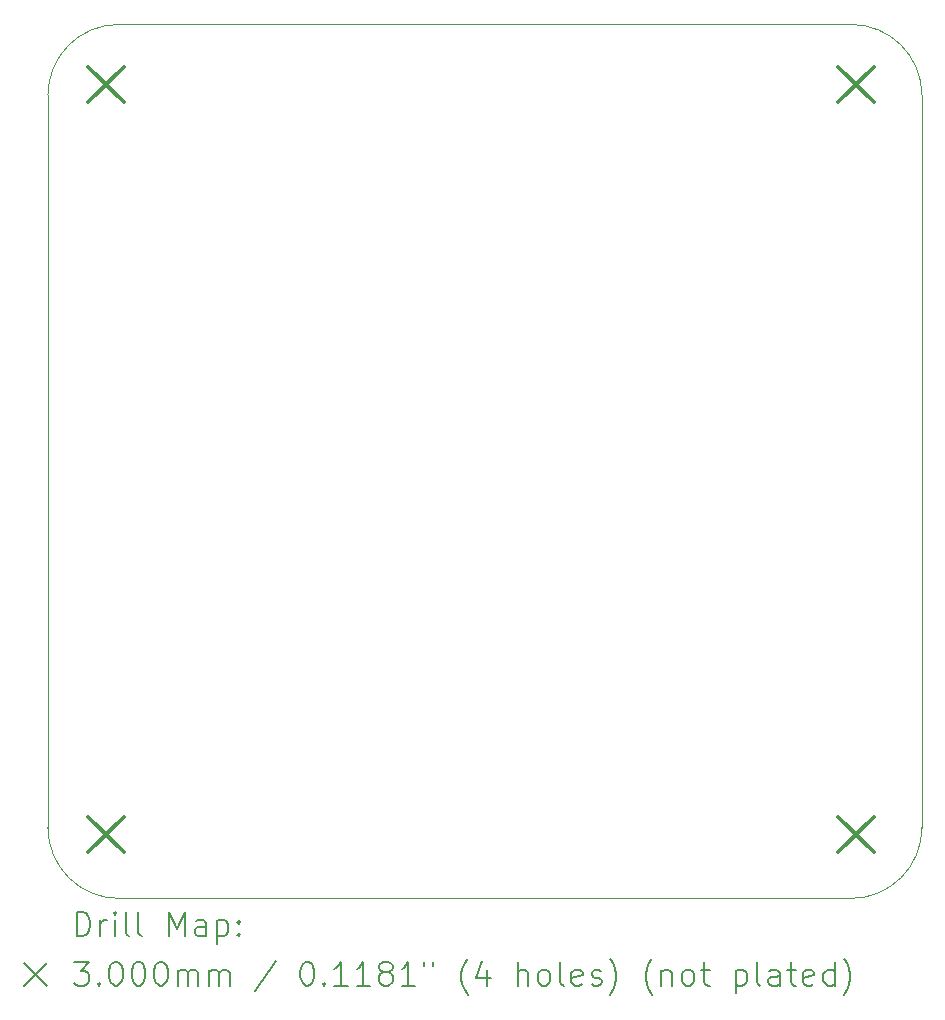
<source format=gbr>
%TF.GenerationSoftware,KiCad,Pcbnew,7.0.1*%
%TF.CreationDate,2023-05-07T18:37:53+02:00*%
%TF.ProjectId,carte_v2,63617274-655f-4763-922e-6b696361645f,rev?*%
%TF.SameCoordinates,Original*%
%TF.FileFunction,Drillmap*%
%TF.FilePolarity,Positive*%
%FSLAX45Y45*%
G04 Gerber Fmt 4.5, Leading zero omitted, Abs format (unit mm)*
G04 Created by KiCad (PCBNEW 7.0.1) date 2023-05-07 18:37:53*
%MOMM*%
%LPD*%
G01*
G04 APERTURE LIST*
%ADD10C,0.100000*%
%ADD11C,0.200000*%
%ADD12C,0.300000*%
G04 APERTURE END LIST*
D10*
X12300000Y-3300000D02*
G75*
G03*
X11700000Y-3900000I0J-600000D01*
G01*
X19100000Y-3900000D02*
X19100000Y-10100000D01*
X18500000Y-10700000D02*
G75*
G03*
X19100000Y-10100000I0J600000D01*
G01*
X11700000Y-10100000D02*
X11700000Y-3900000D01*
X11700000Y-10100000D02*
G75*
G03*
X12300000Y-10700000I600000J0D01*
G01*
X18500000Y-3300000D02*
X12300000Y-3300000D01*
X19100000Y-3900000D02*
G75*
G03*
X18500000Y-3300000I-600000J0D01*
G01*
X18500000Y-10700000D02*
X12300000Y-10700000D01*
D11*
D12*
X12042000Y-3660000D02*
X12342000Y-3960000D01*
X12342000Y-3660000D02*
X12042000Y-3960000D01*
X12042000Y-10010000D02*
X12342000Y-10310000D01*
X12342000Y-10010000D02*
X12042000Y-10310000D01*
X18392000Y-3660000D02*
X18692000Y-3960000D01*
X18692000Y-3660000D02*
X18392000Y-3960000D01*
X18392000Y-10010000D02*
X18692000Y-10310000D01*
X18692000Y-10010000D02*
X18392000Y-10310000D01*
D11*
X11942619Y-11017524D02*
X11942619Y-10817524D01*
X11942619Y-10817524D02*
X11990238Y-10817524D01*
X11990238Y-10817524D02*
X12018809Y-10827048D01*
X12018809Y-10827048D02*
X12037857Y-10846095D01*
X12037857Y-10846095D02*
X12047381Y-10865143D01*
X12047381Y-10865143D02*
X12056905Y-10903238D01*
X12056905Y-10903238D02*
X12056905Y-10931810D01*
X12056905Y-10931810D02*
X12047381Y-10969905D01*
X12047381Y-10969905D02*
X12037857Y-10988952D01*
X12037857Y-10988952D02*
X12018809Y-11008000D01*
X12018809Y-11008000D02*
X11990238Y-11017524D01*
X11990238Y-11017524D02*
X11942619Y-11017524D01*
X12142619Y-11017524D02*
X12142619Y-10884190D01*
X12142619Y-10922286D02*
X12152143Y-10903238D01*
X12152143Y-10903238D02*
X12161667Y-10893714D01*
X12161667Y-10893714D02*
X12180714Y-10884190D01*
X12180714Y-10884190D02*
X12199762Y-10884190D01*
X12266428Y-11017524D02*
X12266428Y-10884190D01*
X12266428Y-10817524D02*
X12256905Y-10827048D01*
X12256905Y-10827048D02*
X12266428Y-10836571D01*
X12266428Y-10836571D02*
X12275952Y-10827048D01*
X12275952Y-10827048D02*
X12266428Y-10817524D01*
X12266428Y-10817524D02*
X12266428Y-10836571D01*
X12390238Y-11017524D02*
X12371190Y-11008000D01*
X12371190Y-11008000D02*
X12361667Y-10988952D01*
X12361667Y-10988952D02*
X12361667Y-10817524D01*
X12495000Y-11017524D02*
X12475952Y-11008000D01*
X12475952Y-11008000D02*
X12466428Y-10988952D01*
X12466428Y-10988952D02*
X12466428Y-10817524D01*
X12723571Y-11017524D02*
X12723571Y-10817524D01*
X12723571Y-10817524D02*
X12790238Y-10960381D01*
X12790238Y-10960381D02*
X12856905Y-10817524D01*
X12856905Y-10817524D02*
X12856905Y-11017524D01*
X13037857Y-11017524D02*
X13037857Y-10912762D01*
X13037857Y-10912762D02*
X13028333Y-10893714D01*
X13028333Y-10893714D02*
X13009286Y-10884190D01*
X13009286Y-10884190D02*
X12971190Y-10884190D01*
X12971190Y-10884190D02*
X12952143Y-10893714D01*
X13037857Y-11008000D02*
X13018809Y-11017524D01*
X13018809Y-11017524D02*
X12971190Y-11017524D01*
X12971190Y-11017524D02*
X12952143Y-11008000D01*
X12952143Y-11008000D02*
X12942619Y-10988952D01*
X12942619Y-10988952D02*
X12942619Y-10969905D01*
X12942619Y-10969905D02*
X12952143Y-10950857D01*
X12952143Y-10950857D02*
X12971190Y-10941333D01*
X12971190Y-10941333D02*
X13018809Y-10941333D01*
X13018809Y-10941333D02*
X13037857Y-10931810D01*
X13133095Y-10884190D02*
X13133095Y-11084190D01*
X13133095Y-10893714D02*
X13152143Y-10884190D01*
X13152143Y-10884190D02*
X13190238Y-10884190D01*
X13190238Y-10884190D02*
X13209286Y-10893714D01*
X13209286Y-10893714D02*
X13218809Y-10903238D01*
X13218809Y-10903238D02*
X13228333Y-10922286D01*
X13228333Y-10922286D02*
X13228333Y-10979429D01*
X13228333Y-10979429D02*
X13218809Y-10998476D01*
X13218809Y-10998476D02*
X13209286Y-11008000D01*
X13209286Y-11008000D02*
X13190238Y-11017524D01*
X13190238Y-11017524D02*
X13152143Y-11017524D01*
X13152143Y-11017524D02*
X13133095Y-11008000D01*
X13314048Y-10998476D02*
X13323571Y-11008000D01*
X13323571Y-11008000D02*
X13314048Y-11017524D01*
X13314048Y-11017524D02*
X13304524Y-11008000D01*
X13304524Y-11008000D02*
X13314048Y-10998476D01*
X13314048Y-10998476D02*
X13314048Y-11017524D01*
X13314048Y-10893714D02*
X13323571Y-10903238D01*
X13323571Y-10903238D02*
X13314048Y-10912762D01*
X13314048Y-10912762D02*
X13304524Y-10903238D01*
X13304524Y-10903238D02*
X13314048Y-10893714D01*
X13314048Y-10893714D02*
X13314048Y-10912762D01*
X11495000Y-11245000D02*
X11695000Y-11445000D01*
X11695000Y-11245000D02*
X11495000Y-11445000D01*
X11923571Y-11237524D02*
X12047381Y-11237524D01*
X12047381Y-11237524D02*
X11980714Y-11313714D01*
X11980714Y-11313714D02*
X12009286Y-11313714D01*
X12009286Y-11313714D02*
X12028333Y-11323238D01*
X12028333Y-11323238D02*
X12037857Y-11332762D01*
X12037857Y-11332762D02*
X12047381Y-11351809D01*
X12047381Y-11351809D02*
X12047381Y-11399428D01*
X12047381Y-11399428D02*
X12037857Y-11418476D01*
X12037857Y-11418476D02*
X12028333Y-11428000D01*
X12028333Y-11428000D02*
X12009286Y-11437524D01*
X12009286Y-11437524D02*
X11952143Y-11437524D01*
X11952143Y-11437524D02*
X11933095Y-11428000D01*
X11933095Y-11428000D02*
X11923571Y-11418476D01*
X12133095Y-11418476D02*
X12142619Y-11428000D01*
X12142619Y-11428000D02*
X12133095Y-11437524D01*
X12133095Y-11437524D02*
X12123571Y-11428000D01*
X12123571Y-11428000D02*
X12133095Y-11418476D01*
X12133095Y-11418476D02*
X12133095Y-11437524D01*
X12266428Y-11237524D02*
X12285476Y-11237524D01*
X12285476Y-11237524D02*
X12304524Y-11247048D01*
X12304524Y-11247048D02*
X12314048Y-11256571D01*
X12314048Y-11256571D02*
X12323571Y-11275619D01*
X12323571Y-11275619D02*
X12333095Y-11313714D01*
X12333095Y-11313714D02*
X12333095Y-11361333D01*
X12333095Y-11361333D02*
X12323571Y-11399428D01*
X12323571Y-11399428D02*
X12314048Y-11418476D01*
X12314048Y-11418476D02*
X12304524Y-11428000D01*
X12304524Y-11428000D02*
X12285476Y-11437524D01*
X12285476Y-11437524D02*
X12266428Y-11437524D01*
X12266428Y-11437524D02*
X12247381Y-11428000D01*
X12247381Y-11428000D02*
X12237857Y-11418476D01*
X12237857Y-11418476D02*
X12228333Y-11399428D01*
X12228333Y-11399428D02*
X12218809Y-11361333D01*
X12218809Y-11361333D02*
X12218809Y-11313714D01*
X12218809Y-11313714D02*
X12228333Y-11275619D01*
X12228333Y-11275619D02*
X12237857Y-11256571D01*
X12237857Y-11256571D02*
X12247381Y-11247048D01*
X12247381Y-11247048D02*
X12266428Y-11237524D01*
X12456905Y-11237524D02*
X12475952Y-11237524D01*
X12475952Y-11237524D02*
X12495000Y-11247048D01*
X12495000Y-11247048D02*
X12504524Y-11256571D01*
X12504524Y-11256571D02*
X12514048Y-11275619D01*
X12514048Y-11275619D02*
X12523571Y-11313714D01*
X12523571Y-11313714D02*
X12523571Y-11361333D01*
X12523571Y-11361333D02*
X12514048Y-11399428D01*
X12514048Y-11399428D02*
X12504524Y-11418476D01*
X12504524Y-11418476D02*
X12495000Y-11428000D01*
X12495000Y-11428000D02*
X12475952Y-11437524D01*
X12475952Y-11437524D02*
X12456905Y-11437524D01*
X12456905Y-11437524D02*
X12437857Y-11428000D01*
X12437857Y-11428000D02*
X12428333Y-11418476D01*
X12428333Y-11418476D02*
X12418809Y-11399428D01*
X12418809Y-11399428D02*
X12409286Y-11361333D01*
X12409286Y-11361333D02*
X12409286Y-11313714D01*
X12409286Y-11313714D02*
X12418809Y-11275619D01*
X12418809Y-11275619D02*
X12428333Y-11256571D01*
X12428333Y-11256571D02*
X12437857Y-11247048D01*
X12437857Y-11247048D02*
X12456905Y-11237524D01*
X12647381Y-11237524D02*
X12666429Y-11237524D01*
X12666429Y-11237524D02*
X12685476Y-11247048D01*
X12685476Y-11247048D02*
X12695000Y-11256571D01*
X12695000Y-11256571D02*
X12704524Y-11275619D01*
X12704524Y-11275619D02*
X12714048Y-11313714D01*
X12714048Y-11313714D02*
X12714048Y-11361333D01*
X12714048Y-11361333D02*
X12704524Y-11399428D01*
X12704524Y-11399428D02*
X12695000Y-11418476D01*
X12695000Y-11418476D02*
X12685476Y-11428000D01*
X12685476Y-11428000D02*
X12666429Y-11437524D01*
X12666429Y-11437524D02*
X12647381Y-11437524D01*
X12647381Y-11437524D02*
X12628333Y-11428000D01*
X12628333Y-11428000D02*
X12618809Y-11418476D01*
X12618809Y-11418476D02*
X12609286Y-11399428D01*
X12609286Y-11399428D02*
X12599762Y-11361333D01*
X12599762Y-11361333D02*
X12599762Y-11313714D01*
X12599762Y-11313714D02*
X12609286Y-11275619D01*
X12609286Y-11275619D02*
X12618809Y-11256571D01*
X12618809Y-11256571D02*
X12628333Y-11247048D01*
X12628333Y-11247048D02*
X12647381Y-11237524D01*
X12799762Y-11437524D02*
X12799762Y-11304190D01*
X12799762Y-11323238D02*
X12809286Y-11313714D01*
X12809286Y-11313714D02*
X12828333Y-11304190D01*
X12828333Y-11304190D02*
X12856905Y-11304190D01*
X12856905Y-11304190D02*
X12875952Y-11313714D01*
X12875952Y-11313714D02*
X12885476Y-11332762D01*
X12885476Y-11332762D02*
X12885476Y-11437524D01*
X12885476Y-11332762D02*
X12895000Y-11313714D01*
X12895000Y-11313714D02*
X12914048Y-11304190D01*
X12914048Y-11304190D02*
X12942619Y-11304190D01*
X12942619Y-11304190D02*
X12961667Y-11313714D01*
X12961667Y-11313714D02*
X12971190Y-11332762D01*
X12971190Y-11332762D02*
X12971190Y-11437524D01*
X13066429Y-11437524D02*
X13066429Y-11304190D01*
X13066429Y-11323238D02*
X13075952Y-11313714D01*
X13075952Y-11313714D02*
X13095000Y-11304190D01*
X13095000Y-11304190D02*
X13123571Y-11304190D01*
X13123571Y-11304190D02*
X13142619Y-11313714D01*
X13142619Y-11313714D02*
X13152143Y-11332762D01*
X13152143Y-11332762D02*
X13152143Y-11437524D01*
X13152143Y-11332762D02*
X13161667Y-11313714D01*
X13161667Y-11313714D02*
X13180714Y-11304190D01*
X13180714Y-11304190D02*
X13209286Y-11304190D01*
X13209286Y-11304190D02*
X13228333Y-11313714D01*
X13228333Y-11313714D02*
X13237857Y-11332762D01*
X13237857Y-11332762D02*
X13237857Y-11437524D01*
X13628333Y-11228000D02*
X13456905Y-11485143D01*
X13885476Y-11237524D02*
X13904524Y-11237524D01*
X13904524Y-11237524D02*
X13923572Y-11247048D01*
X13923572Y-11247048D02*
X13933095Y-11256571D01*
X13933095Y-11256571D02*
X13942619Y-11275619D01*
X13942619Y-11275619D02*
X13952143Y-11313714D01*
X13952143Y-11313714D02*
X13952143Y-11361333D01*
X13952143Y-11361333D02*
X13942619Y-11399428D01*
X13942619Y-11399428D02*
X13933095Y-11418476D01*
X13933095Y-11418476D02*
X13923572Y-11428000D01*
X13923572Y-11428000D02*
X13904524Y-11437524D01*
X13904524Y-11437524D02*
X13885476Y-11437524D01*
X13885476Y-11437524D02*
X13866429Y-11428000D01*
X13866429Y-11428000D02*
X13856905Y-11418476D01*
X13856905Y-11418476D02*
X13847381Y-11399428D01*
X13847381Y-11399428D02*
X13837857Y-11361333D01*
X13837857Y-11361333D02*
X13837857Y-11313714D01*
X13837857Y-11313714D02*
X13847381Y-11275619D01*
X13847381Y-11275619D02*
X13856905Y-11256571D01*
X13856905Y-11256571D02*
X13866429Y-11247048D01*
X13866429Y-11247048D02*
X13885476Y-11237524D01*
X14037857Y-11418476D02*
X14047381Y-11428000D01*
X14047381Y-11428000D02*
X14037857Y-11437524D01*
X14037857Y-11437524D02*
X14028333Y-11428000D01*
X14028333Y-11428000D02*
X14037857Y-11418476D01*
X14037857Y-11418476D02*
X14037857Y-11437524D01*
X14237857Y-11437524D02*
X14123572Y-11437524D01*
X14180714Y-11437524D02*
X14180714Y-11237524D01*
X14180714Y-11237524D02*
X14161667Y-11266095D01*
X14161667Y-11266095D02*
X14142619Y-11285143D01*
X14142619Y-11285143D02*
X14123572Y-11294667D01*
X14428333Y-11437524D02*
X14314048Y-11437524D01*
X14371191Y-11437524D02*
X14371191Y-11237524D01*
X14371191Y-11237524D02*
X14352143Y-11266095D01*
X14352143Y-11266095D02*
X14333095Y-11285143D01*
X14333095Y-11285143D02*
X14314048Y-11294667D01*
X14542619Y-11323238D02*
X14523572Y-11313714D01*
X14523572Y-11313714D02*
X14514048Y-11304190D01*
X14514048Y-11304190D02*
X14504524Y-11285143D01*
X14504524Y-11285143D02*
X14504524Y-11275619D01*
X14504524Y-11275619D02*
X14514048Y-11256571D01*
X14514048Y-11256571D02*
X14523572Y-11247048D01*
X14523572Y-11247048D02*
X14542619Y-11237524D01*
X14542619Y-11237524D02*
X14580714Y-11237524D01*
X14580714Y-11237524D02*
X14599762Y-11247048D01*
X14599762Y-11247048D02*
X14609286Y-11256571D01*
X14609286Y-11256571D02*
X14618810Y-11275619D01*
X14618810Y-11275619D02*
X14618810Y-11285143D01*
X14618810Y-11285143D02*
X14609286Y-11304190D01*
X14609286Y-11304190D02*
X14599762Y-11313714D01*
X14599762Y-11313714D02*
X14580714Y-11323238D01*
X14580714Y-11323238D02*
X14542619Y-11323238D01*
X14542619Y-11323238D02*
X14523572Y-11332762D01*
X14523572Y-11332762D02*
X14514048Y-11342286D01*
X14514048Y-11342286D02*
X14504524Y-11361333D01*
X14504524Y-11361333D02*
X14504524Y-11399428D01*
X14504524Y-11399428D02*
X14514048Y-11418476D01*
X14514048Y-11418476D02*
X14523572Y-11428000D01*
X14523572Y-11428000D02*
X14542619Y-11437524D01*
X14542619Y-11437524D02*
X14580714Y-11437524D01*
X14580714Y-11437524D02*
X14599762Y-11428000D01*
X14599762Y-11428000D02*
X14609286Y-11418476D01*
X14609286Y-11418476D02*
X14618810Y-11399428D01*
X14618810Y-11399428D02*
X14618810Y-11361333D01*
X14618810Y-11361333D02*
X14609286Y-11342286D01*
X14609286Y-11342286D02*
X14599762Y-11332762D01*
X14599762Y-11332762D02*
X14580714Y-11323238D01*
X14809286Y-11437524D02*
X14695000Y-11437524D01*
X14752143Y-11437524D02*
X14752143Y-11237524D01*
X14752143Y-11237524D02*
X14733095Y-11266095D01*
X14733095Y-11266095D02*
X14714048Y-11285143D01*
X14714048Y-11285143D02*
X14695000Y-11294667D01*
X14885476Y-11237524D02*
X14885476Y-11275619D01*
X14961667Y-11237524D02*
X14961667Y-11275619D01*
X15256905Y-11513714D02*
X15247381Y-11504190D01*
X15247381Y-11504190D02*
X15228334Y-11475619D01*
X15228334Y-11475619D02*
X15218810Y-11456571D01*
X15218810Y-11456571D02*
X15209286Y-11428000D01*
X15209286Y-11428000D02*
X15199762Y-11380381D01*
X15199762Y-11380381D02*
X15199762Y-11342286D01*
X15199762Y-11342286D02*
X15209286Y-11294667D01*
X15209286Y-11294667D02*
X15218810Y-11266095D01*
X15218810Y-11266095D02*
X15228334Y-11247048D01*
X15228334Y-11247048D02*
X15247381Y-11218476D01*
X15247381Y-11218476D02*
X15256905Y-11208952D01*
X15418810Y-11304190D02*
X15418810Y-11437524D01*
X15371191Y-11228000D02*
X15323572Y-11370857D01*
X15323572Y-11370857D02*
X15447381Y-11370857D01*
X15675953Y-11437524D02*
X15675953Y-11237524D01*
X15761667Y-11437524D02*
X15761667Y-11332762D01*
X15761667Y-11332762D02*
X15752143Y-11313714D01*
X15752143Y-11313714D02*
X15733096Y-11304190D01*
X15733096Y-11304190D02*
X15704524Y-11304190D01*
X15704524Y-11304190D02*
X15685476Y-11313714D01*
X15685476Y-11313714D02*
X15675953Y-11323238D01*
X15885476Y-11437524D02*
X15866429Y-11428000D01*
X15866429Y-11428000D02*
X15856905Y-11418476D01*
X15856905Y-11418476D02*
X15847381Y-11399428D01*
X15847381Y-11399428D02*
X15847381Y-11342286D01*
X15847381Y-11342286D02*
X15856905Y-11323238D01*
X15856905Y-11323238D02*
X15866429Y-11313714D01*
X15866429Y-11313714D02*
X15885476Y-11304190D01*
X15885476Y-11304190D02*
X15914048Y-11304190D01*
X15914048Y-11304190D02*
X15933096Y-11313714D01*
X15933096Y-11313714D02*
X15942619Y-11323238D01*
X15942619Y-11323238D02*
X15952143Y-11342286D01*
X15952143Y-11342286D02*
X15952143Y-11399428D01*
X15952143Y-11399428D02*
X15942619Y-11418476D01*
X15942619Y-11418476D02*
X15933096Y-11428000D01*
X15933096Y-11428000D02*
X15914048Y-11437524D01*
X15914048Y-11437524D02*
X15885476Y-11437524D01*
X16066429Y-11437524D02*
X16047381Y-11428000D01*
X16047381Y-11428000D02*
X16037857Y-11408952D01*
X16037857Y-11408952D02*
X16037857Y-11237524D01*
X16218810Y-11428000D02*
X16199762Y-11437524D01*
X16199762Y-11437524D02*
X16161667Y-11437524D01*
X16161667Y-11437524D02*
X16142619Y-11428000D01*
X16142619Y-11428000D02*
X16133096Y-11408952D01*
X16133096Y-11408952D02*
X16133096Y-11332762D01*
X16133096Y-11332762D02*
X16142619Y-11313714D01*
X16142619Y-11313714D02*
X16161667Y-11304190D01*
X16161667Y-11304190D02*
X16199762Y-11304190D01*
X16199762Y-11304190D02*
X16218810Y-11313714D01*
X16218810Y-11313714D02*
X16228334Y-11332762D01*
X16228334Y-11332762D02*
X16228334Y-11351809D01*
X16228334Y-11351809D02*
X16133096Y-11370857D01*
X16304524Y-11428000D02*
X16323572Y-11437524D01*
X16323572Y-11437524D02*
X16361667Y-11437524D01*
X16361667Y-11437524D02*
X16380715Y-11428000D01*
X16380715Y-11428000D02*
X16390238Y-11408952D01*
X16390238Y-11408952D02*
X16390238Y-11399428D01*
X16390238Y-11399428D02*
X16380715Y-11380381D01*
X16380715Y-11380381D02*
X16361667Y-11370857D01*
X16361667Y-11370857D02*
X16333096Y-11370857D01*
X16333096Y-11370857D02*
X16314048Y-11361333D01*
X16314048Y-11361333D02*
X16304524Y-11342286D01*
X16304524Y-11342286D02*
X16304524Y-11332762D01*
X16304524Y-11332762D02*
X16314048Y-11313714D01*
X16314048Y-11313714D02*
X16333096Y-11304190D01*
X16333096Y-11304190D02*
X16361667Y-11304190D01*
X16361667Y-11304190D02*
X16380715Y-11313714D01*
X16456905Y-11513714D02*
X16466429Y-11504190D01*
X16466429Y-11504190D02*
X16485477Y-11475619D01*
X16485477Y-11475619D02*
X16495000Y-11456571D01*
X16495000Y-11456571D02*
X16504524Y-11428000D01*
X16504524Y-11428000D02*
X16514048Y-11380381D01*
X16514048Y-11380381D02*
X16514048Y-11342286D01*
X16514048Y-11342286D02*
X16504524Y-11294667D01*
X16504524Y-11294667D02*
X16495000Y-11266095D01*
X16495000Y-11266095D02*
X16485477Y-11247048D01*
X16485477Y-11247048D02*
X16466429Y-11218476D01*
X16466429Y-11218476D02*
X16456905Y-11208952D01*
X16818810Y-11513714D02*
X16809286Y-11504190D01*
X16809286Y-11504190D02*
X16790239Y-11475619D01*
X16790239Y-11475619D02*
X16780715Y-11456571D01*
X16780715Y-11456571D02*
X16771191Y-11428000D01*
X16771191Y-11428000D02*
X16761667Y-11380381D01*
X16761667Y-11380381D02*
X16761667Y-11342286D01*
X16761667Y-11342286D02*
X16771191Y-11294667D01*
X16771191Y-11294667D02*
X16780715Y-11266095D01*
X16780715Y-11266095D02*
X16790239Y-11247048D01*
X16790239Y-11247048D02*
X16809286Y-11218476D01*
X16809286Y-11218476D02*
X16818810Y-11208952D01*
X16895000Y-11304190D02*
X16895000Y-11437524D01*
X16895000Y-11323238D02*
X16904524Y-11313714D01*
X16904524Y-11313714D02*
X16923572Y-11304190D01*
X16923572Y-11304190D02*
X16952143Y-11304190D01*
X16952143Y-11304190D02*
X16971191Y-11313714D01*
X16971191Y-11313714D02*
X16980715Y-11332762D01*
X16980715Y-11332762D02*
X16980715Y-11437524D01*
X17104524Y-11437524D02*
X17085477Y-11428000D01*
X17085477Y-11428000D02*
X17075953Y-11418476D01*
X17075953Y-11418476D02*
X17066429Y-11399428D01*
X17066429Y-11399428D02*
X17066429Y-11342286D01*
X17066429Y-11342286D02*
X17075953Y-11323238D01*
X17075953Y-11323238D02*
X17085477Y-11313714D01*
X17085477Y-11313714D02*
X17104524Y-11304190D01*
X17104524Y-11304190D02*
X17133096Y-11304190D01*
X17133096Y-11304190D02*
X17152143Y-11313714D01*
X17152143Y-11313714D02*
X17161667Y-11323238D01*
X17161667Y-11323238D02*
X17171191Y-11342286D01*
X17171191Y-11342286D02*
X17171191Y-11399428D01*
X17171191Y-11399428D02*
X17161667Y-11418476D01*
X17161667Y-11418476D02*
X17152143Y-11428000D01*
X17152143Y-11428000D02*
X17133096Y-11437524D01*
X17133096Y-11437524D02*
X17104524Y-11437524D01*
X17228334Y-11304190D02*
X17304524Y-11304190D01*
X17256905Y-11237524D02*
X17256905Y-11408952D01*
X17256905Y-11408952D02*
X17266429Y-11428000D01*
X17266429Y-11428000D02*
X17285477Y-11437524D01*
X17285477Y-11437524D02*
X17304524Y-11437524D01*
X17523572Y-11304190D02*
X17523572Y-11504190D01*
X17523572Y-11313714D02*
X17542620Y-11304190D01*
X17542620Y-11304190D02*
X17580715Y-11304190D01*
X17580715Y-11304190D02*
X17599762Y-11313714D01*
X17599762Y-11313714D02*
X17609286Y-11323238D01*
X17609286Y-11323238D02*
X17618810Y-11342286D01*
X17618810Y-11342286D02*
X17618810Y-11399428D01*
X17618810Y-11399428D02*
X17609286Y-11418476D01*
X17609286Y-11418476D02*
X17599762Y-11428000D01*
X17599762Y-11428000D02*
X17580715Y-11437524D01*
X17580715Y-11437524D02*
X17542620Y-11437524D01*
X17542620Y-11437524D02*
X17523572Y-11428000D01*
X17733096Y-11437524D02*
X17714048Y-11428000D01*
X17714048Y-11428000D02*
X17704524Y-11408952D01*
X17704524Y-11408952D02*
X17704524Y-11237524D01*
X17895001Y-11437524D02*
X17895001Y-11332762D01*
X17895001Y-11332762D02*
X17885477Y-11313714D01*
X17885477Y-11313714D02*
X17866429Y-11304190D01*
X17866429Y-11304190D02*
X17828334Y-11304190D01*
X17828334Y-11304190D02*
X17809286Y-11313714D01*
X17895001Y-11428000D02*
X17875953Y-11437524D01*
X17875953Y-11437524D02*
X17828334Y-11437524D01*
X17828334Y-11437524D02*
X17809286Y-11428000D01*
X17809286Y-11428000D02*
X17799762Y-11408952D01*
X17799762Y-11408952D02*
X17799762Y-11389905D01*
X17799762Y-11389905D02*
X17809286Y-11370857D01*
X17809286Y-11370857D02*
X17828334Y-11361333D01*
X17828334Y-11361333D02*
X17875953Y-11361333D01*
X17875953Y-11361333D02*
X17895001Y-11351809D01*
X17961667Y-11304190D02*
X18037858Y-11304190D01*
X17990239Y-11237524D02*
X17990239Y-11408952D01*
X17990239Y-11408952D02*
X17999762Y-11428000D01*
X17999762Y-11428000D02*
X18018810Y-11437524D01*
X18018810Y-11437524D02*
X18037858Y-11437524D01*
X18180715Y-11428000D02*
X18161667Y-11437524D01*
X18161667Y-11437524D02*
X18123572Y-11437524D01*
X18123572Y-11437524D02*
X18104524Y-11428000D01*
X18104524Y-11428000D02*
X18095001Y-11408952D01*
X18095001Y-11408952D02*
X18095001Y-11332762D01*
X18095001Y-11332762D02*
X18104524Y-11313714D01*
X18104524Y-11313714D02*
X18123572Y-11304190D01*
X18123572Y-11304190D02*
X18161667Y-11304190D01*
X18161667Y-11304190D02*
X18180715Y-11313714D01*
X18180715Y-11313714D02*
X18190239Y-11332762D01*
X18190239Y-11332762D02*
X18190239Y-11351809D01*
X18190239Y-11351809D02*
X18095001Y-11370857D01*
X18361667Y-11437524D02*
X18361667Y-11237524D01*
X18361667Y-11428000D02*
X18342620Y-11437524D01*
X18342620Y-11437524D02*
X18304524Y-11437524D01*
X18304524Y-11437524D02*
X18285477Y-11428000D01*
X18285477Y-11428000D02*
X18275953Y-11418476D01*
X18275953Y-11418476D02*
X18266429Y-11399428D01*
X18266429Y-11399428D02*
X18266429Y-11342286D01*
X18266429Y-11342286D02*
X18275953Y-11323238D01*
X18275953Y-11323238D02*
X18285477Y-11313714D01*
X18285477Y-11313714D02*
X18304524Y-11304190D01*
X18304524Y-11304190D02*
X18342620Y-11304190D01*
X18342620Y-11304190D02*
X18361667Y-11313714D01*
X18437858Y-11513714D02*
X18447382Y-11504190D01*
X18447382Y-11504190D02*
X18466429Y-11475619D01*
X18466429Y-11475619D02*
X18475953Y-11456571D01*
X18475953Y-11456571D02*
X18485477Y-11428000D01*
X18485477Y-11428000D02*
X18495001Y-11380381D01*
X18495001Y-11380381D02*
X18495001Y-11342286D01*
X18495001Y-11342286D02*
X18485477Y-11294667D01*
X18485477Y-11294667D02*
X18475953Y-11266095D01*
X18475953Y-11266095D02*
X18466429Y-11247048D01*
X18466429Y-11247048D02*
X18447382Y-11218476D01*
X18447382Y-11218476D02*
X18437858Y-11208952D01*
M02*

</source>
